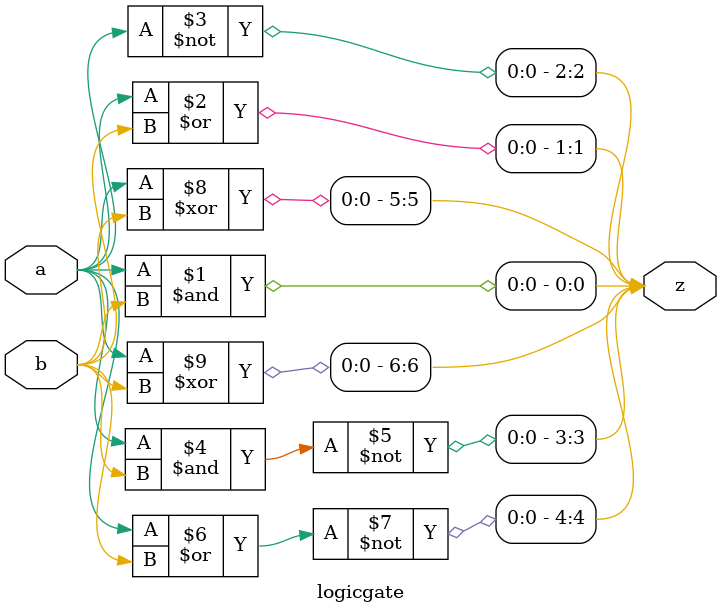
<source format=v>
`timescale 1ns / 1ps
module logicgate(
    input a,b,
    output [6:0]z
    );
	 assign z[0]=a&b;      //AND
	 assign z[1]=a|b;      //OR
	 assign z[2]=~a;       //NOT
	 assign z[3]=~(a&b);   //NAND
	 assign z[4]=~(a|b);   //NOR
	 assign z[5]=a^b;      //Ex-OR
	 assign z[6]=(a^b);    //Ex-NOR
	 


endmodule

</source>
